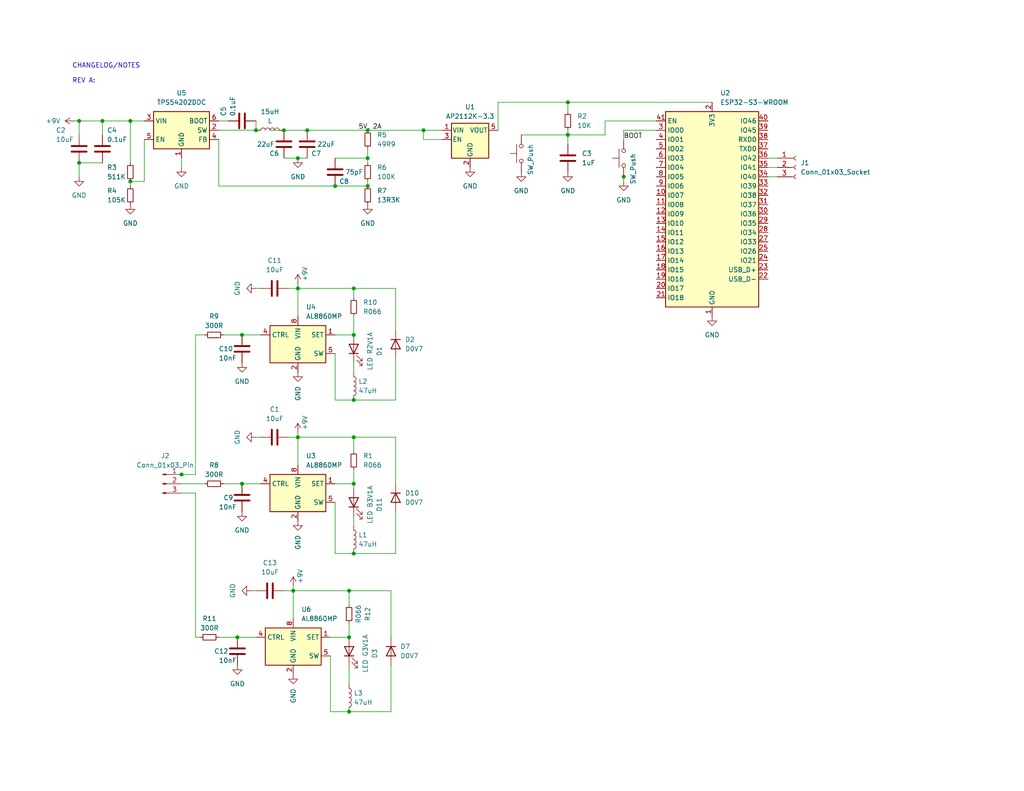
<source format=kicad_sch>
(kicad_sch (version 20230121) (generator eeschema)
  (paper "USLetter")
  (title_block (title "Assignment 2 - via"))
  (lib_symbols
    (symbol "Connector:Conn_01x03_Pin" (pin_names (offset 1.016) hide)
      (property "Reference" "J" (at 0 5.08 0))
      (property "Value" "Conn_01x03_Pin" (at 0 -5.08 0))
      (symbol "Conn_01x03_Pin_1_1"
        (polyline (pts (xy 1.27 -2.54) (xy 0.8636 -2.54)) (stroke (width 0.1524)))
        (polyline (pts (xy 1.27 0) (xy 0.8636 0)) (stroke (width 0.1524)))
        (polyline (pts (xy 1.27 2.54) (xy 0.8636 2.54)) (stroke (width 0.1524)))
        (rectangle (start 0.8636 -2.413) (end 0 -2.667) (stroke (width 0.1524)) (fill (type outline)))
        (rectangle (start 0.8636 0.127) (end 0 -0.127) (stroke (width 0.1524)) (fill (type outline)))
        (rectangle (start 0.8636 2.667) (end 0 2.413) (stroke (width 0.1524)) (fill (type outline)))
        (pin passive line (at 5.08 2.54 180) (length 3.81) (name "Pin_1") (number "1"))
        (pin passive line (at 5.08 0 180) (length 3.81) (name "Pin_2") (number "2"))
        (pin passive line (at 5.08 -2.54 180) (length 3.81) (name "Pin_3") (number "3"))
      )
    )
    (symbol "Connector:Conn_01x03_Socket" (pin_names (offset 1.016) hide)
      (property "Reference" "J" (at 0 5.08 0))
      (property "Value" "Conn_01x03_Socket" (at 0 -5.08 0))
      (symbol "Conn_01x03_Socket_1_1"
        (arc (start 0 -2.032) (mid -0.5058 -2.54) (end 0 -3.048) (stroke (width 0.1524)))
        (polyline (pts (xy -1.27 -2.54) (xy -0.508 -2.54)) (stroke (width 0.1524)))
        (polyline (pts (xy -1.27 0) (xy -0.508 0)) (stroke (width 0.1524)))
        (polyline (pts (xy -1.27 2.54) (xy -0.508 2.54)) (stroke (width 0.1524)))
        (arc (start 0 0.508) (mid -0.5058 0) (end 0 -0.508) (stroke (width 0.1524)))
        (arc (start 0 3.048) (mid -0.5058 2.54) (end 0 2.032) (stroke (width 0.1524)))
        (pin passive line (at -5.08 2.54 0) (length 3.81) (name "Pin_1") (number "1"))
        (pin passive line (at -5.08 0 0) (length 3.81) (name "Pin_2") (number "2"))
        (pin passive line (at -5.08 -2.54 0) (length 3.81) (name "Pin_3") (number "3"))
      )
    )
    (symbol "Device:C" (pin_numbers hide) (pin_names (offset 0.254))
      (property "Reference" "C" (at 0.635 2.54 0))
      (property "Value" "C" (at 0.635 -2.54 0))
      (symbol "C_0_1"
        (polyline (pts (xy -2.032 -0.762) (xy 2.032 -0.762)) (stroke (width 0.508)))
        (polyline (pts (xy -2.032 0.762) (xy 2.032 0.762)) (stroke (width 0.508)))
      )
      (symbol "C_1_1"
        (pin passive line (at 0 3.81 270) (length 2.794) (name "~") (number "1"))
        (pin passive line (at 0 -3.81 90) (length 2.794) (name "~") (number "2"))
      )
    )
    (symbol "Device:D" (pin_numbers hide) (pin_names (offset 1.016) hide)
      (property "Reference" "D" (at 0 2.54 0))
      (property "Value" "D" (at 0 -2.54 0))
      (symbol "D_0_1"
        (polyline (pts (xy -1.27 1.27) (xy -1.27 -1.27)) (stroke (width 0.254)))
        (polyline (pts (xy 1.27 0) (xy -1.27 0)))
        (polyline (pts (xy 1.27 1.27) (xy 1.27 -1.27) (xy -1.27 0) (xy 1.27 1.27)) (stroke (width 0.254)))
      )
      (symbol "D_1_1"
        (pin passive line (at -3.81 0 0) (length 2.54) (name "K") (number "1"))
        (pin passive line (at 3.81 0 180) (length 2.54) (name "A") (number "2"))
      )
    )
    (symbol "Device:L" (pin_numbers hide) (pin_names (offset 1.016) hide)
      (property "Reference" "L" (at -1.27 0 90))
      (property "Value" "L" (at 1.905 0 90))
      (symbol "L_0_1"
        (arc (start 0 -2.54) (mid 0.6323 -1.905) (end 0 -1.27))
        (arc (start 0 -1.27) (mid 0.6323 -0.635) (end 0 0))
        (arc (start 0 0) (mid 0.6323 0.635) (end 0 1.27))
        (arc (start 0 1.27) (mid 0.6323 1.905) (end 0 2.54))
      )
      (symbol "L_1_1"
        (pin passive line (at 0 3.81 270) (length 1.27) (name "1") (number "1"))
        (pin passive line (at 0 -3.81 90) (length 1.27) (name "2") (number "2"))
      )
    )
    (symbol "Device:LED" (pin_numbers hide) (pin_names (offset 1.016) hide)
      (property "Reference" "D" (at 0 2.54 0))
      (property "Value" "LED" (at 0 -2.54 0))
      (symbol "LED_0_1"
        (polyline (pts (xy -1.27 -1.27) (xy -1.27 1.27)) (stroke (width 0.254)))
        (polyline (pts (xy -1.27 0) (xy 1.27 0)))
        (polyline (pts (xy 1.27 -1.27) (xy 1.27 1.27) (xy -1.27 0) (xy 1.27 -1.27)) (stroke (width 0.254)))
        (polyline (pts (xy -3.048 -0.762) (xy -4.572 -2.286) (xy -3.81 -2.286) (xy -4.572 -2.286) (xy -4.572 -1.524)))
        (polyline (pts (xy -1.778 -0.762) (xy -3.302 -2.286) (xy -2.54 -2.286) (xy -3.302 -2.286) (xy -3.302 -1.524)))
      )
      (symbol "LED_1_1"
        (pin passive line (at -3.81 0 0) (length 2.54) (name "K") (number "1"))
        (pin passive line (at 3.81 0 180) (length 2.54) (name "A") (number "2"))
      )
    )
    (symbol "Device:R_Small" (pin_numbers hide) (pin_names (offset 0.254) hide)
      (property "Reference" "R" (at 0.762 0.508 0))
      (property "Value" "R_Small" (at 0.762 -1.016 0))
      (symbol "R_Small_0_1"
        (rectangle (start -0.762 1.778) (end 0.762 -1.778) (stroke (width 0.2032)))
      )
      (symbol "R_Small_1_1"
        (pin passive line (at 0 2.54 270) (length 0.762) (name "~") (number "1"))
        (pin passive line (at 0 -2.54 90) (length 0.762) (name "~") (number "2"))
      )
    )
    (symbol "Driver_LED:AL8860MP"
      (property "Reference" "U" (at -5.08 6.35 0))
      (property "Value" "AL8860MP" (at 7.62 6.35 0))
      (symbol "AL8860MP_0_1"
        (rectangle (start -7.62 5.08) (end 7.62 -5.08) (stroke (width 0.254)) (fill (type background)))
      )
      (symbol "AL8860MP_1_1"
        (pin input line (at 10.16 2.54 180) (length 2.54) (name "SET") (number "1"))
        (pin power_in line (at 0 -7.62 90) (length 2.54) (name "GND") (number "2"))
        (pin passive line (at 0 -7.62 90) (length 2.54) hide (name "GND") (number "3"))
        (pin input line (at -10.16 2.54 0) (length 2.54) (name "CTRL") (number "4"))
        (pin open_collector line (at 10.16 -2.54 180) (length 2.54) (name "SW") (number "5"))
        (pin open_collector line (at 10.16 -2.54 180) (length 2.54) hide (name "SW") (number "6"))
        (pin no_connect line (at -7.62 -2.54 0) (length 2.54) hide (name "NC") (number "7"))
        (pin power_in line (at 0 7.62 270) (length 2.54) (name "VIN") (number "8"))
        (pin passive line (at 0 -7.62 90) (length 2.54) hide (name "GND") (number "9"))
      )
    )
    (symbol "RF_Module:ESP32-S2-WROVER"
      (property "Reference" "U" (at -12.7 29.21 0))
      (property "Value" "ESP32-S2-WROVER" (at 2.54 29.21 0))
      (symbol "ESP32-S2-WROVER_0_1"
        (rectangle (start -12.7 27.94) (end 12.7 -25.4) (stroke (width 0.254)) (fill (type background)))
      )
      (symbol "ESP32-S2-WROVER_1_1"
        (pin power_in line (at 0 -27.94 90) (length 2.54) (name "GND") (number "1"))
        (pin bidirectional line (at -15.24 5.08 0) (length 2.54) (name "IO07") (number "10"))
        (pin bidirectional line (at -15.24 2.54 0) (length 2.54) (name "IO08") (number "11"))
        (pin bidirectional line (at -15.24 0 0) (length 2.54) (name "IO09") (number "12"))
        (pin bidirectional line (at -15.24 -2.54 0) (length 2.54) (name "IO10") (number "13"))
        (pin bidirectional line (at -15.24 -5.08 0) (length 2.54) (name "IO11") (number "14"))
        (pin bidirectional line (at -15.24 -7.62 0) (length 2.54) (name "IO12") (number "15"))
        (pin bidirectional line (at -15.24 -10.16 0) (length 2.54) (name "IO13") (number "16"))
        (pin bidirectional line (at -15.24 -12.7 0) (length 2.54) (name "IO14") (number "17"))
        (pin bidirectional line (at -15.24 -15.24 0) (length 2.54) (name "IO15") (number "18"))
        (pin bidirectional line (at -15.24 -17.78 0) (length 2.54) (name "IO16") (number "19"))
        (pin power_in line (at 0 30.48 270) (length 2.54) (name "3V3") (number "2"))
        (pin bidirectional line (at -15.24 -20.32 0) (length 2.54) (name "IO17") (number "20"))
        (pin bidirectional line (at -15.24 -22.86 0) (length 2.54) (name "IO18") (number "21"))
        (pin bidirectional line (at 15.24 -17.78 180) (length 2.54) (name "USB_D-") (number "22"))
        (pin bidirectional line (at 15.24 -15.24 180) (length 2.54) (name "USB_D+") (number "23"))
        (pin bidirectional line (at 15.24 -12.7 180) (length 2.54) (name "IO21") (number "24"))
        (pin bidirectional line (at 15.24 -10.16 180) (length 2.54) (name "IO26") (number "25"))
        (pin passive line (at 0 -27.94 90) (length 2.54) hide (name "GND") (number "26"))
        (pin bidirectional line (at 15.24 -7.62 180) (length 2.54) (name "IO33") (number "27"))
        (pin bidirectional line (at 15.24 -5.08 180) (length 2.54) (name "IO34") (number "28"))
        (pin bidirectional line (at 15.24 -2.54 180) (length 2.54) (name "IO35") (number "29"))
        (pin bidirectional line (at -15.24 22.86 0) (length 2.54) (name "IO00") (number "3"))
        (pin bidirectional line (at 15.24 0 180) (length 2.54) (name "IO36") (number "30"))
        (pin bidirectional line (at 15.24 2.54 180) (length 2.54) (name "IO37") (number "31"))
        (pin bidirectional line (at 15.24 5.08 180) (length 2.54) (name "IO38") (number "32"))
        (pin bidirectional line (at 15.24 7.62 180) (length 2.54) (name "IO39") (number "33"))
        (pin bidirectional line (at 15.24 10.16 180) (length 2.54) (name "IO40") (number "34"))
        (pin bidirectional line (at 15.24 12.7 180) (length 2.54) (name "IO41") (number "35"))
        (pin bidirectional line (at 15.24 15.24 180) (length 2.54) (name "IO42") (number "36"))
        (pin bidirectional line (at 15.24 17.78 180) (length 2.54) (name "TXD0") (number "37"))
        (pin bidirectional line (at 15.24 20.32 180) (length 2.54) (name "RXD0") (number "38"))
        (pin bidirectional line (at 15.24 22.86 180) (length 2.54) (name "IO45") (number "39"))
        (pin bidirectional line (at -15.24 20.32 0) (length 2.54) (name "IO01") (number "4"))
        (pin input line (at 15.24 25.4 180) (length 2.54) (name "IO46") (number "40"))
        (pin input line (at -15.24 25.4 0) (length 2.54) (name "EN") (number "41"))
        (pin passive line (at 0 -27.94 90) (length 2.54) hide (name "GND") (number "42"))
        (pin passive line (at 0 -27.94 90) (length 2.54) hide (name "GND") (number "43"))
        (pin bidirectional line (at -15.24 17.78 0) (length 2.54) (name "IO02") (number "5"))
        (pin bidirectional line (at -15.24 15.24 0) (length 2.54) (name "IO03") (number "6"))
        (pin bidirectional line (at -15.24 12.7 0) (length 2.54) (name "IO04") (number "7"))
        (pin bidirectional line (at -15.24 10.16 0) (length 2.54) (name "IO05") (number "8"))
        (pin bidirectional line (at -15.24 7.62 0) (length 2.54) (name "IO06") (number "9"))
      )
    )
    (symbol "Regulator_Linear:AP2112K-3.3" (pin_names (offset 0.254))
      (property "Reference" "U" (at -5.08 5.715 0))
      (property "Value" "AP2112K-3.3" (at 0 5.715 0))
      (symbol "AP2112K-3.3_0_1"
        (rectangle (start -5.08 4.445) (end 5.08 -5.08) (stroke (width 0.254)) (fill (type background)))
      )
      (symbol "AP2112K-3.3_1_1"
        (pin power_in line (at -7.62 2.54 0) (length 2.54) (name "VIN") (number "1"))
        (pin power_in line (at 0 -7.62 90) (length 2.54) (name "GND") (number "2"))
        (pin input line (at -7.62 0 0) (length 2.54) (name "EN") (number "3"))
        (pin no_connect line (at 5.08 0 180) (length 2.54) hide (name "NC") (number "4"))
        (pin power_out line (at 7.62 2.54 180) (length 2.54) (name "VOUT") (number "5"))
      )
    )
    (symbol "Regulator_Switching:TPS54202DDC"
      (property "Reference" "U" (at -7.62 6.35 0))
      (property "Value" "TPS54202DDC" (at 0 6.35 0))
      (symbol "TPS54202DDC_0_1"
        (rectangle (start -7.62 5.08) (end 7.62 -5.08) (stroke (width 0.254)) (fill (type background)))
      )
      (symbol "TPS54202DDC_1_1"
        (pin power_in line (at 0 -7.62 90) (length 2.54) (name "GND") (number "1"))
        (pin power_out line (at 10.16 0 180) (length 2.54) (name "SW") (number "2"))
        (pin power_in line (at -10.16 2.54 0) (length 2.54) (name "VIN") (number "3"))
        (pin input line (at 10.16 -2.54 180) (length 2.54) (name "FB") (number "4"))
        (pin input line (at -10.16 -2.54 0) (length 2.54) (name "EN") (number "5"))
        (pin passive line (at 10.16 2.54 180) (length 2.54) (name "BOOT") (number "6"))
      )
    )
    (symbol "Switch:SW_Push" (pin_numbers hide) (pin_names (offset 1.016) hide)
      (property "Reference" "SW" (at 1.27 2.54 0))
      (property "Value" "SW_Push" (at 0 -1.524 0))
      (symbol "SW_Push_0_1"
        (circle (center -2.032 0) (radius 0.508))
        (polyline (pts (xy 0 1.27) (xy 0 3.048)))
        (polyline (pts (xy 2.54 1.27) (xy -2.54 1.27)))
        (circle (center 2.032 0) (radius 0.508))
        (pin passive line (at -5.08 0 0) (length 2.54) (name "1") (number "1"))
        (pin passive line (at 5.08 0 180) (length 2.54) (name "2") (number "2"))
      )
    )
    (symbol "power:+9V" (power) (pin_names (offset 0))
      (property "Value" "+9V" (at 0 3.556 0))
      (symbol "+9V_0_1"
        (polyline (pts (xy -0.762 1.27) (xy 0 2.54)))
        (polyline (pts (xy 0 0) (xy 0 2.54)))
        (polyline (pts (xy 0 2.54) (xy 0.762 1.27)))
      )
      (symbol "+9V_1_1"
        (pin power_in line (at 0 0 90) (length 0) hide (name "+9V") (number "1"))
      )
    )
    (symbol "power:GND" (power) (pin_names (offset 0))
      (property "Value" "GND" (at 0 -3.81 0))
      (symbol "GND_0_1"
        (polyline (pts (xy 0 0) (xy 0 -1.27) (xy 1.27 -1.27) (xy 0 -2.54) (xy -1.27 -1.27) (xy 0 -1.27)))
      )
      (symbol "GND_1_1"
        (pin power_in line (at 0 0 270) (length 0) hide (name "GND") (number "1"))
      )
    )
  )
  (junction (at 21.59 33.02))
  (junction (at 66.04 91.44))
  (junction (at 95.25 161.29))
  (junction (at 35.56 33.02))
  (junction (at 96.52 151.13))
  (junction (at 66.04 132.08))
  (junction (at 49.53 129.54))
  (junction (at 154.94 27.94))
  (junction (at 100.33 35.56))
  (junction (at 80.01 161.29))
  (junction (at 35.56 49.53))
  (junction (at 96.52 91.44))
  (junction (at 115.57 35.56))
  (junction (at 64.77 173.99))
  (junction (at 27.94 33.02))
  (junction (at 100.33 50.8))
  (junction (at 95.25 173.99))
  (junction (at 95.25 194.31))
  (junction (at 154.94 36.83))
  (junction (at 81.28 43.18))
  (junction (at 81.28 119.38))
  (junction (at 83.82 35.56))
  (junction (at 77.47 35.56))
  (junction (at 69.85 35.56))
  (junction (at 96.52 132.08))
  (junction (at 91.44 50.8))
  (junction (at 96.52 109.22))
  (junction (at 100.33 43.18))
  (junction (at 81.28 78.74))
  (junction (at 170.18 48.26))
  (junction (at 96.52 119.38))
  (junction (at 96.52 78.74))
  (junction (at 21.59 44.45))
  (wire (pts (xy 170.18 46.99) (xy 170.18 48.26)))
  (wire (pts (xy 107.95 97.79) (xy 107.95 109.22)))
  (wire (pts (xy 49.53 132.08) (xy 55.88 132.08)))
  (wire (pts (xy 106.68 161.29) (xy 95.25 161.29)))
  (wire (pts (xy 91.44 151.13) (xy 96.52 151.13)))
  (wire (pts (xy 48.26 129.54) (xy 49.53 129.54)))
  (wire (pts (xy 154.94 27.94) (xy 194.31 27.94)))
  (wire (pts (xy 60.96 91.44) (xy 66.04 91.44)))
  (wire (pts (xy 95.25 194.31) (xy 106.68 194.31)))
  (wire (pts (xy 83.82 35.56) (xy 100.33 35.56)))
  (wire (pts (xy 96.52 119.38) (xy 81.28 119.38)))
  (wire (pts (xy 21.59 33.02) (xy 21.59 36.83)))
  (wire (pts (xy 107.95 119.38) (xy 96.52 119.38)))
  (wire (pts (xy 53.34 91.44) (xy 55.88 91.44)))
  (wire (pts (xy 71.12 78.74) (xy 69.85 78.74)))
  (wire (pts (xy 53.34 134.62) (xy 49.53 134.62)))
  (wire (pts (xy 100.33 43.18) (xy 100.33 40.64)))
  (wire (pts (xy 60.96 132.08) (xy 66.04 132.08)))
  (wire (pts (xy 21.59 33.02) (xy 27.94 33.02)))
  (wire (pts (xy 69.85 35.56) (xy 69.85 33.02)))
  (wire (pts (xy 90.17 173.99) (xy 95.25 173.99)))
  (wire (pts (xy 81.28 78.74) (xy 81.28 86.36)))
  (wire (pts (xy 91.44 96.52) (xy 91.44 109.22)))
  (wire (pts (xy 91.44 109.22) (xy 96.52 109.22)))
  (wire (pts (xy 35.56 33.02) (xy 39.37 33.02)))
  (wire (pts (xy 53.34 134.62) (xy 53.34 173.99)))
  (wire (pts (xy 96.52 132.08) (xy 96.52 128.27)))
  (wire (pts (xy 107.95 139.7) (xy 107.95 151.13)))
  (wire (pts (xy 95.25 173.99) (xy 95.25 170.18)))
  (wire (pts (xy 81.28 43.18) (xy 83.82 43.18)))
  (wire (pts (xy 96.52 151.13) (xy 107.95 151.13)))
  (wire (pts (xy 21.59 48.26) (xy 21.59 44.45)))
  (wire (pts (xy 78.74 119.38) (xy 81.28 119.38)))
  (wire (pts (xy 21.59 44.45) (xy 27.94 44.45)))
  (wire (pts (xy 77.47 43.18) (xy 81.28 43.18)))
  (wire (pts (xy 35.56 49.53) (xy 35.56 50.8)))
  (wire (pts (xy 53.34 173.99) (xy 54.61 173.99)))
  (wire (pts (xy 96.52 119.38) (xy 96.52 123.19)))
  (wire (pts (xy 96.52 78.74) (xy 96.52 81.28)))
  (wire (pts (xy 115.57 35.56) (xy 120.65 35.56)))
  (wire (pts (xy 96.52 143.51) (xy 96.52 140.97)))
  (wire (pts (xy 59.69 173.99) (xy 64.77 173.99)))
  (wire (pts (xy 78.74 78.74) (xy 81.28 78.74)))
  (wire (pts (xy 135.89 35.56) (xy 135.89 27.94)))
  (wire (pts (xy 100.33 44.45) (xy 100.33 43.18)))
  (wire (pts (xy 73.66 35.56) (xy 77.47 35.56)))
  (wire (pts (xy 77.47 161.29) (xy 80.01 161.29)))
  (wire (pts (xy 71.12 119.38) (xy 69.85 119.38)))
  (wire (pts (xy 170.18 35.56) (xy 170.18 38.1)))
  (wire (pts (xy 165.1 36.83) (xy 165.1 33.02)))
  (wire (pts (xy 96.52 109.22) (xy 107.95 109.22)))
  (wire (pts (xy 59.69 38.1) (xy 59.69 50.8)))
  (wire (pts (xy 80.01 160.02) (xy 80.01 161.29)))
  (wire (pts (xy 96.52 78.74) (xy 81.28 78.74)))
  (wire (pts (xy 106.68 181.61) (xy 106.68 194.31)))
  (wire (pts (xy 95.25 161.29) (xy 80.01 161.29)))
  (wire (pts (xy 154.94 36.83) (xy 154.94 35.56)))
  (wire (pts (xy 49.53 129.54) (xy 53.34 129.54)))
  (wire (pts (xy 107.95 90.17) (xy 107.95 78.74)))
  (wire (pts (xy 154.94 36.83) (xy 154.94 39.37)))
  (wire (pts (xy 20.32 33.02) (xy 21.59 33.02)))
  (wire (pts (xy 69.85 161.29) (xy 68.58 161.29)))
  (wire (pts (xy 53.34 129.54) (xy 53.34 91.44)))
  (wire (pts (xy 77.47 35.56) (xy 83.82 35.56)))
  (wire (pts (xy 81.28 77.47) (xy 81.28 78.74)))
  (wire (pts (xy 212.09 43.18) (xy 209.55 43.18)))
  (wire (pts (xy 90.17 179.07) (xy 90.17 194.31)))
  (wire (pts (xy 96.52 91.44) (xy 96.52 86.36)))
  (wire (pts (xy 91.44 137.16) (xy 91.44 151.13)))
  (wire (pts (xy 96.52 133.35) (xy 96.52 132.08)))
  (wire (pts (xy 154.94 30.48) (xy 154.94 27.94)))
  (wire (pts (xy 91.44 91.44) (xy 96.52 91.44)))
  (wire (pts (xy 212.09 48.26) (xy 209.55 48.26)))
  (wire (pts (xy 66.04 91.44) (xy 71.12 91.44)))
  (wire (pts (xy 165.1 33.02) (xy 179.07 33.02)))
  (wire (pts (xy 91.44 43.18) (xy 100.33 43.18)))
  (wire (pts (xy 170.18 48.26) (xy 170.18 49.53)))
  (wire (pts (xy 59.69 35.56) (xy 69.85 35.56)))
  (wire (pts (xy 91.44 50.8) (xy 100.33 50.8)))
  (wire (pts (xy 49.53 43.18) (xy 49.53 45.72)))
  (wire (pts (xy 81.28 118.11) (xy 81.28 119.38)))
  (wire (pts (xy 64.77 173.99) (xy 69.85 173.99)))
  (wire (pts (xy 81.28 119.38) (xy 81.28 127)))
  (wire (pts (xy 115.57 38.1) (xy 115.57 35.56)))
  (wire (pts (xy 142.24 36.83) (xy 154.94 36.83)))
  (wire (pts (xy 80.01 161.29) (xy 80.01 168.91)))
  (wire (pts (xy 59.69 50.8) (xy 91.44 50.8)))
  (wire (pts (xy 170.18 35.56) (xy 179.07 35.56)))
  (wire (pts (xy 91.44 132.08) (xy 96.52 132.08)))
  (wire (pts (xy 27.94 33.02) (xy 35.56 33.02)))
  (wire (pts (xy 135.89 27.94) (xy 154.94 27.94)))
  (wire (pts (xy 27.94 33.02) (xy 27.94 36.83)))
  (wire (pts (xy 107.95 132.08) (xy 107.95 119.38)))
  (wire (pts (xy 212.09 45.72) (xy 209.55 45.72)))
  (wire (pts (xy 96.52 101.6) (xy 96.52 99.06)))
  (wire (pts (xy 39.37 49.53) (xy 35.56 49.53)))
  (wire (pts (xy 39.37 38.1) (xy 39.37 49.53)))
  (wire (pts (xy 106.68 173.99) (xy 106.68 161.29)))
  (wire (pts (xy 90.17 194.31) (xy 95.25 194.31)))
  (wire (pts (xy 100.33 35.56) (xy 115.57 35.56)))
  (wire (pts (xy 100.33 50.8) (xy 100.33 49.53)))
  (wire (pts (xy 95.25 161.29) (xy 95.25 165.1)))
  (wire (pts (xy 107.95 78.74) (xy 96.52 78.74)))
  (wire (pts (xy 95.25 186.69) (xy 95.25 181.61)))
  (wire (pts (xy 62.23 33.02) (xy 59.69 33.02)))
  (wire (pts (xy 120.65 38.1) (xy 115.57 38.1)))
  (wire (pts (xy 66.04 132.08) (xy 71.12 132.08)))
  (wire (pts (xy 35.56 33.02) (xy 35.56 44.45)))
  (wire (pts (xy 154.94 36.83) (xy 165.1 36.83)))
  (text "CHANGELOG/NOTES\n\nREV A: " (at 19.685 22.86 0) (effects (font (size 1.27 1.27)) (justify left bottom)))
  (label "BOOT" (at 170.18 38.1 0))
  (label "5V, 2A" (at 97.79 35.56 0))
  (symbol (lib_id "power:GND") (at 81.28 142.24 0) (unit 1)
    (property "Reference" "#PWR08" (effects hide))
    (property "Value" "GND" (at 81.28 146.05 90) (effects (justify right)))
  )
  (symbol (lib_id "Device:C") (at 73.66 161.29 270) (unit 1)
    (property "Reference" "C13" (at 73.66 153.67 90))
    (property "Value" "10uF" (at 73.66 156.21 90))
  )
  (symbol (lib_id "Device:R_Small") (at 35.56 53.34 0) (unit 1)
    (property "Reference" "R4" (at 29.21 52.07 0) (effects (justify left)))
    (property "Value" "105K" (at 29.21 54.61 0) (effects (justify left)))
  )
  (symbol (lib_id "power:+9V") (at 81.28 118.11 0) (unit 1)
    (property "Reference" "#PWR06" (effects hide))
    (property "Value" "+9V" (at 83.185 117.475 90) (effects (justify left)))
  )
  (symbol (lib_id "Device:R_Small") (at 58.42 132.08 90) (unit 1)
    (property "Reference" "R8" (at 58.42 127 90))
    (property "Value" "300R" (at 58.42 129.54 90))
  )
  (symbol (lib_id "Device:C") (at 66.04 33.02 270) (unit 1)
    (property "Reference" "C5" (at 60.96 31.75 0) (effects (justify right)))
    (property "Value" "0.1uF" (at 63.5 31.75 0) (effects (justify right)))
  )
  (symbol (lib_id "Device:C") (at 77.47 39.37 0) (unit 1)
    (property "Reference" "C6" (at 76.2 41.91 0) (effects (justify right)))
    (property "Value" "22uF" (at 74.93 39.37 0) (effects (justify right)))
  )
  (symbol (lib_id "Device:R_Small") (at 154.94 33.02 0) (unit 1)
    (property "Reference" "R2" (at 157.48 31.75 0) (effects (justify left)))
    (property "Value" "10K" (at 157.48 34.29 0) (effects (justify left)))
  )
  (symbol (lib_id "Device:C") (at 83.82 39.37 0) (unit 1)
    (property "Reference" "C7" (at 87.63 41.91 0) (effects (justify right)))
    (property "Value" "22uF" (at 91.44 39.37 0) (effects (justify right)))
  )
  (symbol (lib_id "Device:L") (at 96.52 105.41 0) (unit 1)
    (property "Reference" "L2" (at 97.79 104.14 0) (effects (justify left)))
    (property "Value" "47uH" (at 97.79 106.68 0) (effects (justify left)))
  )
  (symbol (lib_id "Device:C") (at 27.94 40.64 180) (unit 1)
    (property "Reference" "C4" (at 29.21 35.56 0) (effects (justify right)))
    (property "Value" "0.1uF" (at 29.21 38.1 0) (effects (justify right)))
  )
  (symbol (lib_id "Device:D") (at 106.68 177.8 270) (unit 1)
    (property "Reference" "D7" (at 109.22 176.53 90) (effects (justify left)))
    (property "Value" "D0V7" (at 109.22 179.07 90) (effects (justify left)))
    (property "Sim.Device" "D" (effects hide))
    (property "Sim.Pins" "1=K 2=A" (effects hide))
  )
  (symbol (lib_id "Device:C") (at 66.04 95.25 0) (unit 1)
    (property "Reference" "C10" (at 59.69 95.25 0) (effects (justify left)))
    (property "Value" "10nF" (at 59.69 97.79 0) (effects (justify left)))
  )
  (symbol (lib_id "power:GND") (at 81.28 101.6 0) (unit 1)
    (property "Reference" "#PWR019" (effects hide))
    (property "Value" "GND" (at 81.28 105.41 90) (effects (justify right)))
  )
  (symbol (lib_id "Device:LED") (at 96.52 137.16 90) (unit 1)
    (property "Reference" "D11" (at 103.505 137.795 0))
    (property "Value" "LED B3V1A" (at 100.965 137.795 0))
  )
  (symbol (lib_id "power:GND") (at 80.01 184.15 0) (unit 1)
    (property "Reference" "#PWR023" (effects hide))
    (property "Value" "GND" (at 80.01 187.96 90) (effects (justify right)))
  )
  (symbol (lib_id "power:GND") (at 142.24 46.99 0) (unit 1)
    (property "Reference" "#PWR011" (effects hide))
    (property "Value" "GND" (at 142.24 52.07 0))
  )
  (symbol (lib_id "Regulator_Linear:AP2112K-3.3") (at 128.27 38.1 0) (unit 1)
    (property "Reference" "U1" (at 128.27 29.21 0))
    (property "Value" "AP2112K-3.3" (at 128.27 31.75 0))
    (property "Footprint" "Package_TO_SOT_SMD:SOT-23-5" (effects hide))
    (property "Datasheet" "https://www.diodes.com/assets/Datasheets/AP2112.pdf" (effects hide))
  )
  (symbol (lib_id "Device:R_Small") (at 96.52 83.82 0) (unit 1)
    (property "Reference" "R10" (at 99.06 82.55 0) (effects (justify left)))
    (property "Value" "R066" (at 99.06 85.09 0) (effects (justify left)))
  )
  (symbol (lib_id "power:+9V") (at 81.28 77.47 0) (unit 1)
    (property "Reference" "#PWR018" (effects hide))
    (property "Value" "+9V" (at 83.185 76.835 90) (effects (justify left)))
  )
  (symbol (lib_id "Connector:Conn_01x03_Socket") (at 217.17 45.72 0) (unit 1)
    (property "Reference" "J1" (at 218.44 44.45 0) (effects (justify left)))
    (property "Value" "Conn_01x03_Socket" (at 218.44 46.99 0) (effects (justify left)))
  )
  (symbol (lib_id "Regulator_Switching:TPS54202DDC") (at 49.53 35.56 0) (unit 1)
    (property "Reference" "U5" (at 49.53 25.4 0))
    (property "Value" "TPS54202DDC" (at 49.53 27.94 0))
    (property "Footprint" "Package_TO_SOT_SMD:SOT-23-6" (effects hide))
    (property "Datasheet" "http://www.ti.com/lit/ds/symlink/tps54202.pdf" (effects hide))
  )
  (symbol (lib_id "Driver_LED:AL8860MP") (at 81.28 134.62 0) (unit 1)
    (property "Reference" "U3" (at 83.4741 124.46 0) (effects (justify left)))
    (property "Value" "AL8860MP" (at 83.4741 127 0) (effects (justify left)))
    (property "Footprint" "Package_SO:MSOP-8-1EP_3x3mm_P0.65mm_EP1.5x1.8mm" (effects hide))
    (property "Datasheet" "https://www.diodes.com/assets/Datasheets/AL8860.pdf" (effects hide))
  )
  (symbol (lib_id "Device:R_Small") (at 35.56 46.99 0) (unit 1)
    (property "Reference" "R3" (at 29.21 45.72 0) (effects (justify left)))
    (property "Value" "511K" (at 29.21 48.26 0) (effects (justify left)))
  )
  (symbol (lib_id "Device:C") (at 21.59 40.64 180) (unit 1)
    (property "Reference" "C2" (at 15.24 35.56 0) (effects (justify right)))
    (property "Value" "10uF" (at 15.24 38.1 0) (effects (justify right)))
  )
  (symbol (lib_id "power:GND") (at 35.56 55.88 0) (unit 1)
    (property "Reference" "#PWR015" (effects hide))
    (property "Value" "GND" (at 35.56 60.96 0))
  )
  (symbol (lib_id "RF_Module:ESP32-S2-WROVER") (at 194.31 58.42 0) (unit 1)
    (property "Reference" "U2" (at 196.5041 25.4 0) (effects (justify left)))
    (property "Value" "ESP32-S3-WROOM" (at 196.5041 27.94 0) (effects (justify left)))
    (property "Footprint" "Library:XCVR_ESP32-S3-WROOM-1-N4" (effects hide))
    (property "Datasheet" "https://www.espressif.com/sites/default/files/documentation/esp32-s3-wroom-1_wroom-1u_datasheet_en.pdf" (effects hide))
  )
  (symbol (lib_id "Driver_LED:AL8860MP") (at 81.28 93.98 0) (unit 1)
    (property "Reference" "U4" (at 83.4741 83.82 0) (effects (justify left)))
    (property "Value" "AL8860MP" (at 83.4741 86.36 0) (effects (justify left)))
    (property "Footprint" "Package_SO:MSOP-8-1EP_3x3mm_P0.65mm_EP1.5x1.8mm" (effects hide))
    (property "Datasheet" "https://www.diodes.com/assets/Datasheets/AL8860.pdf" (effects hide))
  )
  (symbol (lib_id "power:GND") (at 49.53 45.72 0) (unit 1)
    (property "Reference" "#PWR013" (effects hide))
    (property "Value" "GND" (at 49.53 50.8 0))
  )
  (symbol (lib_id "Device:L") (at 95.25 190.5 0) (unit 1)
    (property "Reference" "L3" (at 96.52 189.23 0) (effects (justify left)))
    (property "Value" "47uH" (at 96.52 191.77 0) (effects (justify left)))
  )
  (symbol (lib_id "Device:R_Small") (at 95.25 167.64 0) (unit 1)
    (property "Reference" "R12" (at 100.33 167.64 90))
    (property "Value" "R066" (at 97.79 167.64 90))
  )
  (symbol (lib_id "Switch:SW_Push") (at 142.24 41.91 90) (unit 1)
    (property "Reference" "SW1" (effects hide))
    (property "Value" "SW_Push" (at 144.78 39.37 0) (effects (justify right)))
  )
  (symbol (lib_id "Device:C") (at 74.93 119.38 270) (unit 1)
    (property "Reference" "C1" (at 74.93 111.76 90))
    (property "Value" "10uF" (at 74.93 114.3 90))
  )
  (symbol (lib_id "Device:R_Small") (at 100.33 38.1 0) (unit 1)
    (property "Reference" "R5" (at 102.87 36.83 0) (effects (justify left)))
    (property "Value" "49R9" (at 102.87 39.37 0) (effects (justify left)))
  )
  (symbol (lib_id "Driver_LED:AL8860MP") (at 80.01 176.53 0) (unit 1)
    (property "Reference" "U6" (at 82.2041 166.37 0) (effects (justify left)))
    (property "Value" "AL8860MP" (at 82.2041 168.91 0) (effects (justify left)))
    (property "Footprint" "Package_SO:MSOP-8-1EP_3x3mm_P0.65mm_EP1.5x1.8mm" (effects hide))
    (property "Datasheet" "https://www.diodes.com/assets/Datasheets/AL8860.pdf" (effects hide))
  )
  (symbol (lib_id "power:+9V") (at 20.32 33.02 90) (unit 1)
    (property "Reference" "#PWR01" (effects hide))
    (property "Value" "+9V" (at 16.51 33.02 90) (effects (justify left)))
  )
  (symbol (lib_id "Device:R_Small") (at 100.33 53.34 0) (unit 1)
    (property "Reference" "R7" (at 102.87 52.07 0) (effects (justify left)))
    (property "Value" "13R3K" (at 102.87 54.61 0) (effects (justify left)))
  )
  (symbol (lib_id "Device:L") (at 73.66 35.56 90) (unit 1)
    (property "Reference" "15uH" (at 73.66 30.48 90))
    (property "Value" "L" (at 73.66 33.02 90))
  )
  (symbol (lib_id "Device:R_Small") (at 58.42 91.44 90) (unit 1)
    (property "Reference" "R9" (at 58.42 86.36 90))
    (property "Value" "300R" (at 58.42 88.9 90))
  )
  (symbol (lib_id "power:+9V") (at 80.01 160.02 0) (unit 1)
    (property "Reference" "#PWR022" (effects hide))
    (property "Value" "+9V" (at 81.915 159.385 90) (effects (justify left)))
  )
  (symbol (lib_id "Device:LED") (at 96.52 95.25 90) (unit 1)
    (property "Reference" "D1" (at 103.505 95.885 0))
    (property "Value" "LED R2V1A" (at 100.965 95.885 0))
  )
  (symbol (lib_id "power:GND") (at 69.85 78.74 270) (unit 1)
    (property "Reference" "#PWR017" (effects hide))
    (property "Value" "GND" (at 64.77 78.74 0))
  )
  (symbol (lib_id "power:GND") (at 194.31 86.36 0) (unit 1)
    (property "Reference" "#PWR04" (effects hide))
    (property "Value" "GND" (at 194.31 91.44 0))
  )
  (symbol (lib_id "Device:R_Small") (at 100.33 46.99 0) (unit 1)
    (property "Reference" "R6" (at 102.87 45.72 0) (effects (justify left)))
    (property "Value" "100K" (at 102.87 48.26 0) (effects (justify left)))
  )
  (symbol (lib_id "power:GND") (at 170.18 49.53 0) (unit 1)
    (property "Reference" "#PWR012" (effects hide))
    (property "Value" "GND" (at 170.18 54.61 0))
  )
  (symbol (lib_id "power:GND") (at 66.04 139.7 0) (unit 1)
    (property "Reference" "#PWR02" (effects hide))
    (property "Value" "GND" (at 66.04 144.78 0))
  )
  (symbol (lib_id "power:GND") (at 128.27 45.72 0) (unit 1)
    (property "Reference" "#PWR03" (effects hide))
    (property "Value" "GND" (at 128.27 50.8 0))
  )
  (symbol (lib_id "Device:D") (at 107.95 93.98 270) (unit 1)
    (property "Reference" "D2" (at 110.49 92.71 90) (effects (justify left)))
    (property "Value" "D0V7" (at 110.49 95.25 90) (effects (justify left)))
    (property "Sim.Device" "D" (effects hide))
    (property "Sim.Pins" "1=K 2=A" (effects hide))
  )
  (symbol (lib_id "Device:C") (at 66.04 135.89 0) (unit 1)
    (property "Reference" "C9" (at 60.96 135.89 0) (effects (justify left)))
    (property "Value" "10nF" (at 59.69 138.43 0) (effects (justify left)))
  )
  (symbol (lib_id "Device:R_Small") (at 96.52 125.73 0) (unit 1)
    (property "Reference" "R1" (at 99.06 124.46 0) (effects (justify left)))
    (property "Value" "R066" (at 99.06 127 0) (effects (justify left)))
  )
  (symbol (lib_id "Device:R_Small") (at 57.15 173.99 90) (unit 1)
    (property "Reference" "R11" (at 57.15 168.91 90))
    (property "Value" "300R" (at 57.15 171.45 90))
  )
  (symbol (lib_id "Connector:Conn_01x03_Pin") (at 44.45 132.08 0) (unit 1)
    (property "Reference" "J2" (at 45.085 124.46 0))
    (property "Value" "Conn_01x03_Pin" (at 45.085 127 0))
  )
  (symbol (lib_id "Device:L") (at 96.52 147.32 0) (unit 1)
    (property "Reference" "L1" (at 97.79 146.05 0) (effects (justify left)))
    (property "Value" "47uH" (at 97.79 148.59 0) (effects (justify left)))
  )
  (symbol (lib_id "Device:C") (at 74.93 78.74 270) (unit 1)
    (property "Reference" "C11" (at 74.93 71.12 90))
    (property "Value" "10uF" (at 74.93 73.66 90))
  )
  (symbol (lib_id "power:GND") (at 68.58 161.29 270) (unit 1)
    (property "Reference" "#PWR021" (effects hide))
    (property "Value" "GND" (at 63.5 161.29 0))
  )
  (symbol (lib_id "Device:LED") (at 95.25 177.8 90) (unit 1)
    (property "Reference" "D3" (at 102.235 178.435 0))
    (property "Value" "LED G3V1A" (at 99.695 178.435 0))
  )
  (symbol (lib_id "power:GND") (at 21.59 48.26 0) (unit 1)
    (property "Reference" "#PWR09" (effects hide))
    (property "Value" "GND" (at 21.59 53.34 0))
  )
  (symbol (lib_id "power:GND") (at 69.85 119.38 270) (unit 1)
    (property "Reference" "#PWR07" (effects hide))
    (property "Value" "GND" (at 64.77 119.38 0))
  )
  (symbol (lib_id "power:GND") (at 100.33 55.88 0) (unit 1)
    (property "Reference" "#PWR016" (effects hide))
    (property "Value" "GND" (at 100.33 60.96 0))
  )
  (symbol (lib_id "power:GND") (at 64.77 181.61 0) (unit 1)
    (property "Reference" "#PWR020" (effects hide))
    (property "Value" "GND" (at 64.77 186.69 0))
  )
  (symbol (lib_id "Device:C") (at 91.44 46.99 0) (unit 1)
    (property "Reference" "C8" (at 95.25 49.53 0) (effects (justify right)))
    (property "Value" "75pF" (at 99.06 46.99 0) (effects (justify right)))
  )
  (symbol (lib_id "Device:C") (at 154.94 43.18 180) (unit 1)
    (property "Reference" "C3" (at 158.75 41.91 0) (effects (justify right)))
    (property "Value" "1uF" (at 158.75 44.45 0) (effects (justify right)))
  )
  (symbol (lib_id "Device:D") (at 107.95 135.89 270) (unit 1)
    (property "Reference" "D10" (at 110.49 134.62 90) (effects (justify left)))
    (property "Value" "D0V7" (at 110.49 137.16 90) (effects (justify left)))
    (property "Sim.Device" "D" (effects hide))
    (property "Sim.Pins" "1=K 2=A" (effects hide))
  )
  (symbol (lib_id "Device:C") (at 64.77 177.8 0) (unit 1)
    (property "Reference" "C12" (at 58.42 177.8 0) (effects (justify left)))
    (property "Value" "10nF" (at 59.69 180.34 0) (effects (justify left)))
  )
  (symbol (lib_id "Switch:SW_Push") (at 170.18 43.18 90) (unit 1)
    (property "Reference" "SW2" (effects hide))
    (property "Value" "SW_Push" (at 172.72 41.91 0) (effects (justify right)))
  )
  (symbol (lib_id "power:GND") (at 66.04 99.06 0) (unit 1)
    (property "Reference" "#PWR05" (effects hide))
    (property "Value" "GND" (at 66.04 104.14 0))
  )
  (symbol (lib_id "power:GND") (at 154.94 46.99 0) (unit 1)
    (property "Reference" "#PWR010" (effects hide))
    (property "Value" "GND" (at 154.94 52.07 0))
  )
  (symbol (lib_id "power:GND") (at 81.28 43.18 0) (unit 1)
    (property "Reference" "#PWR014" (effects hide))
    (property "Value" "GND" (at 81.28 48.26 0))
  )
)
</source>
